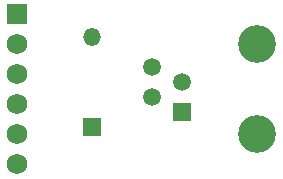
<source format=gts>
G04 (created by PCBNEW (22-Jun-2014 BZR 4027)-stable) date Wed 04 Apr 2018 07:53:19 PM CDT*
%MOIN*%
G04 Gerber Fmt 3.4, Leading zero omitted, Abs format*
%FSLAX34Y34*%
G01*
G70*
G90*
G04 APERTURE LIST*
%ADD10C,0.00590551*%
%ADD11C,0.059*%
%ADD12R,0.059X0.059*%
%ADD13C,0.125984*%
%ADD14R,0.069X0.069*%
%ADD15C,0.069*%
%ADD16O,0.059X0.059*%
G04 APERTURE END LIST*
G54D10*
G54D11*
X73000Y-44000D03*
X73000Y-43000D03*
G54D12*
X74000Y-44500D03*
G54D11*
X74000Y-43500D03*
G54D13*
X76500Y-42251D03*
X76500Y-45251D03*
G54D14*
X68500Y-41250D03*
G54D15*
X68500Y-42250D03*
X68500Y-43250D03*
X68500Y-44250D03*
X68500Y-45250D03*
X68500Y-46250D03*
G54D12*
X71000Y-45000D03*
G54D16*
X71000Y-42000D03*
M02*

</source>
